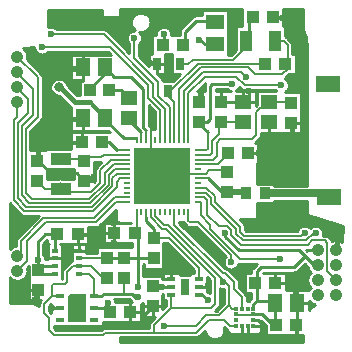
<source format=gbr>
G04 DipTrace 3.2.0.1*
G04 Top.gbr*
%MOIN*%
G04 #@! TF.FileFunction,Copper,L1,Top*
G04 #@! TF.Part,Single*
%AMOUTLINE0*
4,1,4,
-0.018755,-0.019634,
-0.018647,0.019736,
0.018755,0.019634,
0.018647,-0.019736,
-0.018755,-0.019634,
0*%
%AMOUTLINE3*
4,1,4,
0.039302,0.027655,
0.039437,-0.027462,
-0.039302,-0.027655,
-0.039437,0.027462,
0.039302,0.027655,
0*%
%AMOUTLINE6*
4,1,5,
0.029528,-0.047244,
-0.029528,-0.047244,
-0.029528,0.037402,
-0.019685,0.047244,
0.029528,0.047244,
0.029528,-0.047244,
0*%
G04 #@! TA.AperFunction,CopperBalancing*
%ADD10C,0.009843*%
G04 #@! TA.AperFunction,Conductor*
%ADD15C,0.007874*%
%ADD16C,0.015748*%
%ADD17C,0.006299*%
%ADD18C,0.009055*%
%ADD19C,0.020079*%
%ADD20C,0.025591*%
%ADD21C,0.030315*%
G04 #@! TA.AperFunction,ViaPad*
%ADD22C,0.031496*%
G04 #@! TA.AperFunction,Conductor*
%ADD23C,0.010236*%
%ADD25C,0.017717*%
%ADD26C,0.01378*%
G04 #@! TA.AperFunction,ViaPad*
%ADD28C,0.023622*%
G04 #@! TA.AperFunction,Conductor*
%ADD29C,0.005906*%
G04 #@! TA.AperFunction,CopperBalancing*
%ADD30C,0.008661*%
%ADD32R,0.051181X0.059055*%
%ADD33R,0.03937X0.043307*%
%ADD34R,0.043307X0.03937*%
%ADD36R,0.059055X0.051181*%
%ADD37R,0.057087X0.047244*%
%ADD38R,0.037402X0.03937*%
%ADD39R,0.03X0.03*%
%ADD42R,0.025591X0.041339*%
%ADD43R,0.03937X0.070866*%
G04 #@! TA.AperFunction,ComponentPad*
%ADD44C,0.041339*%
%ADD46R,0.055118X0.047244*%
%ADD47R,0.185039X0.185039*%
%ADD48O,0.007874X0.025591*%
%ADD49O,0.025591X0.007874*%
%ADD50R,0.070866X0.03937*%
%ADD51R,0.019685X0.01378*%
%ADD53R,0.031496X0.011811*%
%ADD54R,0.025591X0.05315*%
%ADD55R,0.031496X0.015748*%
%ADD57R,0.012795X0.011811*%
%ADD58R,0.011811X0.012795*%
G04 #@! TA.AperFunction,ViaPad*
%ADD61C,0.025984*%
%ADD116OUTLINE0*%
%ADD119OUTLINE3*%
%ADD122OUTLINE6*%
%FSLAX26Y26*%
G04*
G70*
G90*
G75*
G01*
G04 Top*
%LPD*%
X73638Y38976D2*
D15*
X138180D1*
X172432Y73228D1*
Y77165D1*
X73642Y7480D2*
X98031D1*
X110236Y19685D1*
X175975D1*
D10*
X168888Y12598D1*
X388976Y126378D2*
X389764D1*
Y177953D1*
X383465D1*
X330315Y125984D2*
X321260D1*
X310630Y136614D1*
Y180315D1*
X-84252Y186220D2*
D15*
Y118701D1*
X-84823D1*
Y38976D1*
D10*
X-45453Y-394D1*
X73642Y7480D2*
D15*
X-37579D1*
D10*
X-45453Y-394D1*
X242126Y284252D2*
Y265354D1*
X224016Y247244D1*
X85433Y282283D2*
Y257087D1*
X75984Y247638D1*
X275984Y77953D2*
X239361D1*
Y77165D1*
X-208268Y-157087D2*
Y-187411D1*
X-205521Y-190157D1*
X-350394Y191339D2*
D16*
X-313395D1*
D10*
X-310639Y194094D1*
X-353552Y110630D2*
X-317332D1*
X-315364Y112598D1*
X-385039Y9843D2*
X-331496D1*
X-306299Y-15354D1*
X-385039Y9843D2*
X-418504D1*
X-462992Y54331D1*
Y51181D1*
X-455512Y87402D2*
Y58661D1*
X-462992Y51181D1*
X-275197Y-2362D2*
X-287017D1*
X-300009Y-15354D1*
X-306299D1*
X-356693Y353543D2*
X-320088D1*
X-311820Y361811D1*
X381496Y-176772D2*
X383858D1*
X395276Y-165354D1*
X487008D1*
X507480Y-185827D1*
X539764Y-218110D1*
Y-239370D1*
X532677Y-246457D1*
X322835Y528740D2*
X321654D1*
Y537402D1*
X325591D1*
Y527953D1*
X356693D1*
X-414173Y-440551D2*
X-387008D1*
X-386614Y-440157D1*
X-470079Y-414961D2*
Y-390945D1*
X-459055Y-379921D1*
X-404724Y-274016D2*
X-381102D1*
X-371260Y-264173D1*
X-354331Y-247244D1*
X-325197D1*
X-324016Y-248425D1*
X-288976D1*
X-283858Y-243307D1*
X-286614Y-198031D2*
X-323622D1*
X-328740Y-192913D1*
X-206693Y-224803D2*
Y-191329D1*
X-205521Y-190157D1*
X-110236Y-471260D2*
Y-462205D1*
X-117717Y-454724D1*
X-151575D1*
X-153150Y-453150D1*
X218504Y-500787D2*
Y-524016D1*
X222835Y-528346D1*
X238189D1*
Y-500787D1*
X257874Y-481102D2*
X273228D1*
X291732Y-499606D1*
Y-500787D1*
X257874D1*
X238189Y-528346D2*
Y-541732D1*
X291732D1*
Y-500787D1*
X402756Y-538189D2*
Y-541732D1*
X291732D1*
X402756Y-538189D2*
Y-499606D1*
X400394Y-497244D1*
X330709Y-356299D2*
X373228D1*
X386614Y-369685D1*
Y-370866D1*
X391732Y-375984D1*
Y-412205D1*
X403937Y-424409D1*
Y-497244D1*
X400394D1*
X-363386Y-272047D2*
X-371260Y-264173D1*
X407874Y-3543D2*
Y107480D1*
X388976Y126378D1*
X505906Y-187402D2*
X507480Y-185827D1*
X383858Y-370866D2*
X386614D1*
X150394Y246850D2*
X223622D1*
X224016Y247244D1*
X-63386Y372835D2*
X-77165D1*
X-108268Y403937D1*
X106299Y-365748D2*
X102362Y-369685D1*
X74803D1*
X-15748Y-344094D2*
Y-296457D1*
X-16929Y-295276D1*
X-110236Y-471260D2*
Y-465354D1*
X-78740Y-433858D1*
X73638Y54724D2*
D17*
X122432D1*
X135030Y67323D1*
Y109440D1*
X147638Y122047D1*
X252756D1*
X267717Y137008D1*
Y211811D1*
X303150Y247244D1*
X310630D1*
X381102D1*
D10*
X383465Y244882D1*
X41166Y-119488D2*
D17*
Y-149433D1*
X46063Y-154331D1*
X72835D1*
X183071Y-264567D1*
Y-287402D1*
X73638Y70472D2*
X112589D1*
X120079Y77962D1*
Y117323D1*
X141339Y138583D1*
Y179921D1*
X150394D1*
X223622D1*
D10*
X224016Y180315D1*
X-164551Y86220D2*
D15*
X-198434D1*
D10*
X-224812Y112598D1*
X-248434D1*
X-164551Y-71260D2*
D17*
X-202756D1*
X-272441Y-140945D1*
X-442126D1*
X-517323Y-216142D1*
Y-253543D1*
X-529134Y-265354D1*
X296850Y373228D2*
Y374803D1*
X72047D1*
X-16535Y286220D1*
Y257087D1*
X-6087Y246638D1*
Y118701D1*
X-25984Y282283D2*
D10*
Y266535D1*
D17*
X-16535Y257087D1*
X464961Y-189764D2*
X458661D1*
X433465Y-214961D1*
X221260D1*
X198425Y-192126D1*
Y-175197D1*
X116142Y-92913D1*
Y-73228D1*
X98425Y-55512D1*
X73638D1*
X73642Y-39764D2*
X101181D1*
X129134Y-67717D1*
Y-85433D1*
X213386Y-169685D1*
Y-187008D1*
X226772Y-200394D1*
X417323D1*
X428740Y-188976D1*
X532677Y-346457D2*
Y-345669D1*
X503150Y-316142D1*
Y-221654D1*
X496457Y-214961D1*
X452756D1*
X438189Y-229528D1*
X215354D1*
X183071Y-197244D1*
Y-179921D1*
X170866Y-167717D1*
X141732D1*
X102362Y-128346D1*
Y-80315D1*
X93307Y-71260D1*
X73638D1*
X347244Y-277165D2*
X346063Y-275984D1*
X212992D1*
X114173Y-177165D1*
Y-162598D1*
X82677Y-131102D1*
Y-87008D1*
X73646D1*
X-164551Y70472D2*
X-240945D1*
X-249213Y62205D1*
X-310639D1*
Y55915D1*
X-306299Y51575D1*
Y57874D1*
X-383071D1*
X-384252Y56693D1*
X-164551Y54724D2*
X-216535D1*
X-252756Y18504D1*
Y-22047D1*
X-282677Y-51969D1*
X-358671D1*
X-387017Y-23622D1*
Y-38967D1*
X-384252Y-41732D1*
X-437008D1*
X-462992Y-15748D1*
X-116323Y118701D2*
D15*
Y145054D1*
D10*
X-157490Y186220D1*
Y192913D1*
X-225197Y286047D2*
X-183694D1*
X-157490Y259843D1*
X-288189Y286220D2*
Y290954D1*
X-237017Y342126D1*
Y361811D1*
X-100575Y118701D2*
D15*
Y151747D1*
D18*
X-110245Y161417D1*
D10*
Y290157D1*
X-151584Y331496D1*
X-206702D1*
D18*
X-237017Y361811D1*
X73638Y-8268D2*
D15*
X107480D1*
D18*
X153543Y-54331D1*
X168888D1*
D19*
X231890D1*
Y-58268D1*
X294882D2*
D20*
X516929D1*
D21*
Y-66142D1*
D22*
X508787D1*
D10*
Y-68898D1*
X73642Y86220D2*
D15*
X100787D1*
X105118Y90551D1*
Y145669D1*
D23*
X70079Y180709D1*
X75984D1*
D10*
X102362D1*
X112992Y191339D1*
Y300394D1*
X119291Y306693D1*
X187795D1*
X-127559Y-370079D2*
Y-274016D1*
Y-271907D1*
Y-201190D1*
X-138592Y-190157D1*
X-134251D1*
X-132067Y-187974D1*
D15*
Y-119488D1*
X-390157Y296063D2*
D25*
X-387795D1*
X-338583Y246850D1*
X-288592D1*
D26*
X-235836Y194094D1*
D10*
Y187402D1*
X-174812Y126378D1*
X-133071D1*
D15*
Y122047D1*
X-132067D1*
Y118701D1*
X161417Y-190551D2*
D10*
X164567D1*
Y-203150D1*
X209055Y-247638D1*
X409055D1*
X428740Y-267323D1*
X458268Y-296850D1*
X471260D1*
X76772Y454724D2*
X79134D1*
X95276Y438583D1*
X130315D1*
X-227559Y-424016D2*
Y-445669D1*
X-220079Y-453150D1*
X-272441Y-440157D2*
X-233071D1*
X-220079Y-453150D1*
X-75197Y-274016D2*
X-127559D1*
Y-271907D2*
X-172975D1*
X-173228Y-271654D1*
X-231890Y-272047D2*
Y-274016D1*
X-175591D1*
X-173228Y-271654D1*
X-461417Y-279134D2*
Y-310630D1*
X-459055Y-312992D1*
X-404724Y-325197D2*
X-446850D1*
X-459055Y-312992D1*
X-404724Y-299606D2*
X-445669D1*
X-459055Y-312992D1*
X-404724Y-248425D2*
Y-194094D1*
X-396850D1*
X-395669Y-192913D1*
X-461417Y-279134D2*
Y-219291D1*
X-436220Y-194094D1*
X-404724D1*
X-324016Y-274016D2*
D15*
X-233858D1*
X-231890Y-272047D1*
X263780Y-356299D2*
D10*
X268898D1*
Y-317323D1*
X282677Y-303543D1*
X392520D1*
X428740Y-267323D1*
X257874Y-441732D2*
Y-426772D1*
X268898Y-415748D1*
Y-361417D1*
X263780Y-356299D1*
X268898Y-415748D2*
X320472D1*
X329134Y-424409D1*
X-46457Y-368898D2*
X-15748D1*
Y-369685D1*
X-46457Y-368898D2*
X-76772D1*
X-78740Y-366929D1*
X329134Y-424409D2*
X330709D1*
Y-494488D1*
X333465Y-497244D1*
X198819Y-461417D2*
D29*
Y-464173D1*
X257874D1*
Y-461417D1*
D10*
X287795D1*
X323622Y-497244D1*
X333465D1*
X41157Y118701D2*
D17*
Y276591D1*
X96063Y331496D1*
X200000D1*
X229134Y302362D1*
X350787D1*
X-417323Y472835D2*
X-241732D1*
X-76772Y307874D1*
Y264173D1*
X-37583Y224984D1*
Y118701D1*
X-447638Y429528D2*
X-218898D1*
X-92126Y302756D1*
Y260236D1*
X-53331Y221441D1*
Y118701D1*
X-139370Y460236D2*
Y392913D1*
X-61024Y314567D1*
Y268110D1*
X-21835Y228921D1*
Y118701D1*
X-164551Y38976D2*
X-208661D1*
X-238189Y9449D1*
Y-25197D1*
X-290551Y-77559D1*
X-481496D1*
X-501969Y-57087D1*
Y157480D1*
X-461417Y198031D1*
Y329528D1*
X-529921Y398031D1*
X255906Y528740D2*
D10*
X242520D1*
Y439370D1*
X231890Y450000D1*
D17*
Y429921D1*
X190157Y388189D1*
X55512D1*
X40157Y372835D1*
X11417D1*
X9661Y118701D2*
Y290370D1*
X81890Y362598D1*
X238189D1*
X261417Y339370D1*
X353543D1*
X372441Y358268D1*
Y373228D1*
X371260D1*
Y437008D1*
X358268Y450000D1*
X330315D1*
X363780Y373228D2*
D10*
X371260D1*
X-41732Y473228D2*
Y440551D1*
X-56299D1*
Y438189D1*
X-44488D1*
X25409Y118701D2*
D17*
Y283677D1*
X88976Y347244D1*
X216535D1*
X233071Y330709D1*
X22441Y438189D2*
D10*
X29921D1*
Y480709D1*
X66929Y517717D1*
X125984D1*
X130315Y513386D1*
X-164551Y23228D2*
D17*
X-204724D1*
X-224803Y3150D1*
Y-29134D1*
X-285433Y-89764D1*
X-490157D1*
X-514961Y-64961D1*
Y167717D1*
X-477953Y204724D1*
Y290945D1*
X-532480Y345472D1*
X-529921Y348031D1*
X-164551Y7480D2*
X-197244D1*
X-212205Y-7480D1*
Y-34646D1*
X-280709Y-103150D1*
X-498819D1*
X-528346Y-73622D1*
Y176772D1*
X-495276Y209843D1*
Y257087D1*
X-530709Y292520D1*
Y297244D1*
X-529921Y298031D1*
X-164551Y-8268D2*
X-187795D1*
X-198425Y-18898D1*
Y-38189D1*
X-276772Y-116535D1*
X-505906D1*
X-541732Y-80709D1*
Y186220D1*
X-529921Y198031D1*
Y248031D1*
X-100567Y-119488D2*
D15*
X-100579Y-137205D1*
D10*
Y-148634D1*
X-72835Y-176378D1*
Y-207087D1*
X-75197D1*
D17*
X-23622D1*
X76772Y-307480D1*
Y-344094D1*
X74803D1*
X-164551Y-87008D2*
X-198819D1*
X-266535Y-154724D1*
X-435039D1*
X-495669Y-215354D1*
Y-281890D1*
X-529134Y-315354D1*
X-324016Y-299606D2*
X-342913D1*
X-364173Y-320866D1*
Y-353150D1*
X-369685Y-358661D1*
X-406693D1*
X-412598Y-364567D1*
Y-400787D1*
X-386614D1*
X-412598D2*
X-414567D1*
X-439370Y-425591D1*
Y-456299D1*
X-423228Y-472441D1*
Y-513386D1*
X-406299Y-530315D1*
X-244488D1*
X-235827Y-521654D1*
X-74803D1*
Y-497244D1*
X-16535Y-438976D1*
Y-395276D1*
X-15748D1*
X198819Y-500787D2*
X180315D1*
X158661Y-479134D1*
X109449D1*
X66929Y-521654D1*
X-74803D1*
X-16535Y-438976D2*
Y-441339D1*
X114961D1*
X130315Y-425984D1*
Y-340157D1*
X-33858Y-175984D1*
X-46457D1*
X-84819Y-137622D1*
Y-119488D1*
X-324016Y-299606D2*
D15*
X-282677D1*
X-243307Y-338976D1*
X-231890D1*
X-6079Y-119488D2*
D17*
Y-162819D1*
X155118Y-324016D1*
X163780D1*
X192126Y-352362D1*
Y-377165D1*
X218504Y-403543D1*
Y-441732D1*
X-324016Y-325197D2*
X-289764D1*
X-273228Y-341732D1*
Y-400787D1*
X-272441D1*
D10*
X-250394D1*
X-241732Y-392126D1*
X-173336D1*
D17*
Y-338690D1*
D10*
X-173228Y-338583D1*
X198819Y-441732D2*
D17*
X186614D1*
X175984Y-431102D1*
Y-367717D1*
X159339Y-351071D1*
X160323Y-350087D1*
X-27559Y-162205D1*
X-38976D1*
X-69071Y-132110D1*
Y-119488D1*
X-40157Y-498819D2*
X66142D1*
X100000Y-464961D1*
X142126D1*
X175984Y-431102D1*
X-173336Y-392126D2*
D10*
X-148031D1*
X-135827Y-404331D1*
X-128346D1*
X157480Y-351969D2*
X160323Y-350087D1*
X74803Y-395276D2*
X87795D1*
X105906Y-413386D1*
D28*
X394488Y545276D3*
X356693Y527953D3*
X17323Y519685D3*
X-41339Y518110D3*
X-24016Y393701D3*
X418504Y516535D3*
X-41732Y473228D3*
X-417323Y472835D3*
X-139370Y460236D3*
X76772Y454724D3*
X-447638Y429528D3*
X233071Y330709D3*
X425197Y371654D3*
X350787Y302362D3*
X-356693Y353543D3*
X427165Y334646D3*
X-108268Y403937D3*
X-431890Y324803D3*
X187795Y306693D3*
D22*
X-390157Y296063D3*
D28*
X242126Y284252D3*
X85433Y282283D3*
X428740Y255906D3*
X-380709Y249606D3*
X-83465Y216535D3*
X-412598Y216142D3*
X429528Y197244D3*
X-350394Y191339D3*
X-84252Y186220D3*
X-427953Y168110D3*
X-454724Y145276D3*
X429528Y132677D3*
X388976Y126378D3*
X330315Y125984D3*
X-353552Y110630D3*
X-455512Y87402D3*
X275984Y77953D3*
X-385039Y9843D3*
X-275197Y-2362D3*
X407874Y-3543D3*
X343701Y-4331D3*
X300394Y-4724D3*
X410236Y-137795D3*
X343701Y-138583D3*
X291732Y-139370D3*
X-520866Y-149606D3*
X-208268Y-157087D3*
X238976Y-174803D3*
X381496Y-176772D3*
X542913Y-177559D3*
X505906Y-187402D3*
X428740Y-188976D3*
X70866Y-194094D3*
X464961Y-189764D3*
X161417Y-190551D3*
X-286614Y-198031D3*
X-546850Y-198425D3*
X-544882Y-222441D3*
X99213Y-222835D3*
X-206693Y-224803D3*
X-283858Y-243307D3*
X12598Y-273622D3*
X-363386Y-272047D3*
X-461417Y-279134D3*
X151575Y-275591D3*
X-16929Y-295276D3*
X210236Y-316535D3*
X183071Y-287402D3*
X347244Y-277165D3*
X106299Y-365748D3*
X-127559Y-370079D3*
X383858Y-370866D3*
X-506299Y-389764D3*
X154331Y-405118D3*
X-498425Y-414567D3*
X-470079Y-414961D3*
X-128346Y-404331D3*
X-227559Y-424016D3*
X-46457Y-368898D3*
X-414173Y-440551D3*
X-110236Y-471260D3*
X-40157Y-498819D3*
X-393701Y-507874D3*
X83071Y-541339D3*
X1181Y-544882D3*
X402756Y-538189D3*
X-111811Y-498425D3*
D61*
X-46072Y62992D3*
X19676Y62598D3*
X-118110Y61811D3*
X-117323Y0D3*
X-45678D3*
X18888Y-787D3*
X-118504Y-62205D3*
X19676Y-64173D3*
X-46072Y-64567D3*
D28*
X105906Y-413386D3*
X157480Y-351969D3*
X-424784Y546982D2*
D30*
X-246538D1*
X-186730D2*
X86588D1*
X174055D2*
X220045D1*
X358686D2*
X422760D1*
X-424834Y538451D2*
X-246538D1*
X-186595D2*
X-138490D1*
X-97731D2*
X86588D1*
X174055D2*
X220045D1*
X358686D2*
X422760D1*
X-424885Y529921D2*
X-146593D1*
X-89627D2*
X52450D1*
X174055D2*
X220045D1*
X358686D2*
X422760D1*
X-424919Y521391D2*
X-150585D1*
X-85635D2*
X43907D1*
X174055D2*
X220045D1*
X358686D2*
X422760D1*
X-424970Y512861D2*
X-151990D1*
X-84231D2*
X35381D1*
X174055D2*
X220045D1*
X358686D2*
X422760D1*
X-425020Y504331D2*
X-151144D1*
X-85077D2*
X26855D1*
X174055D2*
X220045D1*
X358686D2*
X422760D1*
X-406209Y495801D2*
X-147862D1*
X-88359D2*
X-53686D1*
X-29776D2*
X18329D1*
X174055D2*
X198003D1*
X364200D2*
X422760D1*
X-232896Y487270D2*
X-141078D1*
X-95142D2*
X-63464D1*
X-19998D2*
X12019D1*
X174055D2*
X198003D1*
X364200D2*
X422946D1*
X-223456Y478740D2*
X-157268D1*
X-121465D2*
X-67135D1*
X-16327D2*
X10801D1*
X174055D2*
X198003D1*
X364200D2*
X426414D1*
X-214930Y470210D2*
X-163324D1*
X-115409D2*
X-80347D1*
X174055D2*
X198003D1*
X364200D2*
X429882D1*
X-206387Y461680D2*
X-165337D1*
X-113396D2*
X-80347D1*
X174055D2*
X198003D1*
X370764D2*
X433096D1*
X-197861Y453150D2*
X-164373D1*
X-114377D2*
X-80347D1*
X174055D2*
X198003D1*
X379307D2*
X433705D1*
X-189335Y444619D2*
X-159957D1*
X-118792D2*
X-80347D1*
X174055D2*
X198003D1*
X386751D2*
X434314D1*
X-180809Y436089D2*
X-156726D1*
X-122023D2*
X-80347D1*
X174055D2*
X198003D1*
X388611D2*
X434923D1*
X-493889Y427559D2*
X-473579D1*
X-172266D2*
X-156726D1*
X-122023D2*
X-80347D1*
X174055D2*
X198003D1*
X388611D2*
X435532D1*
X-502297Y419029D2*
X-471362D1*
X-163740D2*
X-156726D1*
X-122023D2*
X-80347D1*
X174055D2*
X196819D1*
X388611D2*
X435752D1*
X-497408Y410499D2*
X-464951D1*
X-430332D2*
X-224055D1*
X-122023D2*
X-80347D1*
X174055D2*
X188276D1*
X388611D2*
X435752D1*
X-495276Y401969D2*
X-351608D1*
X-122023D2*
X-90378D1*
X-36390D2*
X-15589D1*
X399641D2*
X435769D1*
X-495361Y393438D2*
X-351608D1*
X-115713D2*
X-90378D1*
X-36390D2*
X-15589D1*
X399641D2*
X435769D1*
X-492620Y384908D2*
X-351608D1*
X-107187D2*
X-90378D1*
X-36390D2*
X-15589D1*
X399641D2*
X435769D1*
X-484077Y376378D2*
X-351608D1*
X-98644D2*
X-90378D1*
X-36390D2*
X-15589D1*
X399641D2*
X435786D1*
X-475551Y367848D2*
X-351608D1*
X-36390D2*
X-15589D1*
X399641D2*
X435786D1*
X-467025Y359318D2*
X-351608D1*
X-36390D2*
X-15589D1*
X399641D2*
X435803D1*
X-458499Y350787D2*
X-351608D1*
X-36390D2*
X-15589D1*
X399641D2*
X435803D1*
X-449956Y342257D2*
X-351608D1*
X-36390D2*
X-15589D1*
X399641D2*
X435803D1*
X-444610Y333727D2*
X-351608D1*
X-55997D2*
X6792D1*
X372084D2*
X435820D1*
X-444069Y325197D2*
X-351608D1*
X-47555D2*
X-1751D1*
X362830D2*
X435820D1*
X-444069Y316667D2*
X-411561D1*
X-368755D2*
X-315660D1*
X-43800D2*
X-10277D1*
X372337D2*
X435820D1*
X-444069Y308136D2*
X-417482D1*
X-362834D2*
X-320853D1*
X376127D2*
X435836D1*
X-444069Y299606D2*
X-419901D1*
X-359079D2*
X-321056D1*
X88355D2*
X93863D1*
X376651D2*
X435836D1*
X-444069Y291076D2*
X-419682D1*
X-350553D2*
X-321073D1*
X79829D2*
X93863D1*
X208380D2*
X216239D1*
X374131D2*
X435836D1*
X-444069Y282546D2*
X-416772D1*
X-342026D2*
X-321107D1*
X132118D2*
X179902D1*
X367144D2*
X435853D1*
X-444069Y274016D2*
X-409988D1*
X-333483D2*
X-321124D1*
X417353D2*
X435853D1*
X-444069Y265486D2*
X-389468D1*
X417353D2*
X435853D1*
X-444069Y256955D2*
X-380942D1*
X417353D2*
X435870D1*
X-444069Y248425D2*
X-372416D1*
X417353D2*
X435870D1*
X-444069Y239895D2*
X-363890D1*
X417353D2*
X435887D1*
X-444069Y231365D2*
X-355347D1*
X417353D2*
X435887D1*
X-444069Y222835D2*
X-350441D1*
X-91116D2*
X-78909D1*
X417353D2*
X435887D1*
X-444069Y214304D2*
X-350441D1*
X-91116D2*
X-70687D1*
X417353D2*
X435904D1*
X-444069Y205774D2*
X-350441D1*
X-91116D2*
X-70687D1*
X417353D2*
X435904D1*
X-444086Y197244D2*
X-350441D1*
X-91116D2*
X-70687D1*
X417353D2*
X435904D1*
X-446945Y188714D2*
X-350441D1*
X-91116D2*
X-70687D1*
X417353D2*
X435921D1*
X-455082Y180184D2*
X-350441D1*
X-91116D2*
X-70687D1*
X417353D2*
X435921D1*
X-463608Y171654D2*
X-350441D1*
X-91116D2*
X-70687D1*
X417353D2*
X435921D1*
X-472134Y163123D2*
X-350441D1*
X-85939D2*
X-70687D1*
X417353D2*
X435938D1*
X-480677Y154593D2*
X-350441D1*
X417353D2*
X435938D1*
X-484618Y146063D2*
X-221179D1*
X417353D2*
X435955D1*
X-484618Y137533D2*
X-351219D1*
X285064D2*
X435955D1*
X-484618Y129003D2*
X-351219D1*
X283000D2*
X435955D1*
X-484618Y120472D2*
X-351219D1*
X275370D2*
X435972D1*
X-484618Y111942D2*
X-351219D1*
X266827D2*
X435972D1*
X-484618Y103412D2*
X-351219D1*
X275218D2*
X435972D1*
X-484618Y94882D2*
X-351219D1*
X275218D2*
X435989D1*
X-484618Y86352D2*
X-433892D1*
X275218D2*
X435989D1*
X275218Y77822D2*
X435989D1*
X275218Y69291D2*
X436006D1*
X275218Y60761D2*
X436006D1*
X275218Y52231D2*
X436006D1*
X-272414Y43701D2*
X-251748D1*
X270938D2*
X436023D1*
X-272414Y35171D2*
X-260274D1*
X270938D2*
X436023D1*
X-272414Y26640D2*
X-267970D1*
X270938D2*
X436039D1*
X-429097Y18110D2*
X-340189D1*
X270938D2*
X436039D1*
X-429097Y9580D2*
X-340189D1*
X270938D2*
X436039D1*
X-429097Y1050D2*
X-340189D1*
X270938D2*
X436056D1*
X-429097Y-7480D2*
X-391244D1*
X-382793D2*
X-340189D1*
X270938D2*
X436056D1*
X270938Y-16010D2*
X436056D1*
X270938Y-24541D2*
X436073D1*
X270938Y-92782D2*
X436124D1*
X-553910Y-101312D2*
X-545306D1*
X270938D2*
X436124D1*
X-553893Y-109843D2*
X-536780D1*
X270938D2*
X436124D1*
X-553893Y-118373D2*
X-528254D1*
X-205998D2*
X-200981D1*
X270938D2*
X436141D1*
X-553876Y-126903D2*
X-519728D1*
X-214524D2*
X-200913D1*
X270938D2*
X436141D1*
X-553859Y-135433D2*
X-460806D1*
X-223067D2*
X-200862D1*
X270938D2*
X451079D1*
X-553859Y-143963D2*
X-469332D1*
X-231593D2*
X-201877D1*
X270938D2*
X478213D1*
X-553842Y-152493D2*
X-477858D1*
X-240119D2*
X-197056D1*
X220374D2*
X505348D1*
X-553825Y-161024D2*
X-486385D1*
X-248646D2*
X-241378D1*
X16306D2*
X28564D1*
X228274D2*
X532482D1*
X-553825Y-169554D2*
X-494911D1*
X-258457D2*
X-241378D1*
X24832D2*
X38866D1*
X230744D2*
X411899D1*
X480791D2*
X553848D1*
X-553808Y-178084D2*
X-503454D1*
X-292883D2*
X-241378D1*
X33375D2*
X72412D1*
X230744D2*
X405200D1*
X488099D2*
X553814D1*
X-553791Y-186614D2*
X-511980D1*
X-292883D2*
X-241378D1*
X41901D2*
X80938D1*
X490772D2*
X553798D1*
X-553791Y-195144D2*
X-520506D1*
X-292883D2*
X-241378D1*
X50427D2*
X89464D1*
X490400D2*
X553764D1*
X-553774Y-203675D2*
X-529032D1*
X-292883D2*
X-241378D1*
X58953D2*
X97990D1*
X509347D2*
X553747D1*
X-553758Y-212205D2*
X-534208D1*
X-292883D2*
X-241378D1*
X67496D2*
X106517D1*
X517535D2*
X553713D1*
X-553741Y-220735D2*
X-534682D1*
X-436169D2*
X-431524D1*
X-292883D2*
X-241378D1*
X76022D2*
X115060D1*
X-553741Y-229265D2*
X-534682D1*
X-442293D2*
X-428766D1*
X-380681D2*
X-348056D1*
X-299971D2*
X-146678D1*
X-41313D2*
X-25621D1*
X84548D2*
X123586D1*
X-442293Y-237795D2*
X-428766D1*
X-380681D2*
X-348056D1*
X-299971D2*
X-265772D1*
X-41313D2*
X-17095D1*
X93074D2*
X132112D1*
X-442293Y-246325D2*
X-428766D1*
X-380681D2*
X-348056D1*
X-299971D2*
X-265772D1*
X-41313D2*
X-8569D1*
X101617D2*
X140638D1*
X-442293Y-254856D2*
X-428766D1*
X-380681D2*
X-348056D1*
X-299971D2*
X-265772D1*
X-41313D2*
X-43D1*
X110143D2*
X149181D1*
X-440939Y-263386D2*
X-428766D1*
X-380681D2*
X-348056D1*
X-41313D2*
X8500D1*
X118670D2*
X157707D1*
X-436456Y-271916D2*
X-428766D1*
X-380681D2*
X-348056D1*
X-41313D2*
X17026D1*
X127196D2*
X162393D1*
X-380681Y-280446D2*
X-348056D1*
X-41313D2*
X25553D1*
X135739D2*
X158028D1*
X-380681Y-288976D2*
X-356463D1*
X-41313D2*
X34079D1*
X144265D2*
X157098D1*
X-380681Y-297507D2*
X-364989D1*
X-41313D2*
X42622D1*
X152791D2*
X159179D1*
X206975D2*
X262016D1*
X425253D2*
X432233D1*
X-380681Y-306037D2*
X-373532D1*
X-41313D2*
X51148D1*
X200818D2*
X253676D1*
X416710D2*
X437647D1*
X-108439Y-314567D2*
X59420D1*
X178521D2*
X249988D1*
X408184D2*
X441368D1*
X-108439Y-323097D2*
X59420D1*
X187047D2*
X249768D1*
X289817D2*
X446054D1*
X-498406Y-331627D2*
X-492948D1*
X-108439D2*
X-45701D1*
X195573D2*
X227929D1*
X366569D2*
X439981D1*
X-505003Y-340157D2*
X-492948D1*
X204100D2*
X227929D1*
X366569D2*
X437054D1*
X-553571Y-348688D2*
X-536746D1*
X-521531D2*
X-492948D1*
X104764D2*
X112962D1*
X209073D2*
X227929D1*
X366569D2*
X436429D1*
X-553555Y-357218D2*
X-492948D1*
X104764D2*
X112962D1*
X209479D2*
X227929D1*
X366569D2*
X438002D1*
X-553555Y-365748D2*
X-492948D1*
X104764D2*
X112962D1*
X209479D2*
X227929D1*
X366569D2*
X442113D1*
X-553538Y-374278D2*
X-492948D1*
X104764D2*
X112962D1*
X213421D2*
X227929D1*
X366569D2*
X444955D1*
X-553521Y-382808D2*
X-492948D1*
X104764D2*
X112962D1*
X147665D2*
X158637D1*
X221947D2*
X227929D1*
X-553521Y-391339D2*
X-492948D1*
X147665D2*
X158637D1*
X230490D2*
X249768D1*
X-553504Y-399869D2*
X-492948D1*
X147665D2*
X158637D1*
X235446D2*
X249768D1*
X-553487Y-408399D2*
X-492948D1*
X147665D2*
X158637D1*
X235852D2*
X249565D1*
X-553470Y-416929D2*
X-454260D1*
X-202564D2*
X-150975D1*
X-44849D2*
X-33893D1*
X147665D2*
X158637D1*
X-471948Y-425459D2*
X-456729D1*
X-44849D2*
X-33893D1*
X147665D2*
X157436D1*
X443726D2*
X452009D1*
X-422009Y-433990D2*
X-416569D1*
X-117286D2*
X-112624D1*
X-44849D2*
X-35737D1*
X443726D2*
X451755D1*
X-422009Y-442520D2*
X-416569D1*
X-117286D2*
X-112624D1*
X-117286Y-451050D2*
X-112624D1*
X-117286Y-459580D2*
X-112624D1*
X-117286Y-468110D2*
X-112624D1*
X-117286Y-476640D2*
X-78384D1*
X-117286Y-485171D2*
X-86911D1*
X-242488Y-493701D2*
X-91766D1*
X284979D2*
X293397D1*
X-405871Y-502231D2*
X-92155D1*
X285013D2*
X297609D1*
X-401675Y-510761D2*
X-249126D1*
X285064D2*
X297609D1*
X160979Y-519291D2*
X173000D1*
X283879D2*
X297609D1*
X84937Y-527822D2*
X98210D1*
X157697D2*
X297609D1*
X75261Y-536352D2*
X104994D1*
X150913D2*
X421186D1*
X-185326Y-544882D2*
X421186D1*
X-185106Y-553412D2*
X421186D1*
X-349883Y404677D2*
X-217363D1*
X-225738Y413050D1*
X-428649Y413039D1*
X-431304Y410404D1*
X-434497Y408084D1*
X-438013Y406292D1*
X-441767Y405073D1*
X-445665Y404455D1*
X-449611D1*
X-453509Y405073D1*
X-457262Y406292D1*
X-460778Y408084D1*
X-463971Y410404D1*
X-466762Y413194D1*
X-469081Y416387D1*
X-470873Y419903D1*
X-472093Y423657D1*
X-472710Y427554D1*
X-472705Y431539D1*
X-476466Y429668D1*
X-501823Y426774D1*
X-511632Y426706D1*
X-507835Y423891D1*
X-504061Y420118D1*
X-500925Y415801D1*
X-498502Y411046D1*
X-496853Y405970D1*
X-496018Y400700D1*
Y395363D1*
X-496853Y390093D1*
X-497252Y388677D1*
X-448880Y340236D1*
X-447359Y338143D1*
X-446184Y335837D1*
X-445385Y333377D1*
X-444980Y330821D1*
X-444929Y303543D1*
X-444980Y196738D1*
X-445385Y194182D1*
X-446184Y191722D1*
X-447359Y189416D1*
X-448880Y187323D1*
X-468132Y167999D1*
X-485489Y150642D1*
X-485480Y86176D1*
X-433021Y86173D1*
X-433024Y89716D1*
X-350351D1*
X-350355Y145622D1*
X-219870D1*
X-225488Y151230D1*
X-349568Y151228D1*
Y227560D1*
X-351630Y228893D1*
X-354283Y231160D1*
X-390157Y266976D1*
X-394708Y267334D1*
X-399146Y268400D1*
X-403363Y270147D1*
X-407254Y272531D1*
X-410725Y275496D1*
X-413689Y278966D1*
X-416074Y282858D1*
X-417820Y287075D1*
X-418886Y291513D1*
X-419244Y296063D1*
X-418886Y300613D1*
X-417820Y305051D1*
X-416074Y309268D1*
X-413689Y313160D1*
X-410725Y316630D1*
X-407254Y319595D1*
X-403363Y321979D1*
X-399146Y323726D1*
X-394708Y324792D1*
X-390157Y325150D1*
X-385607Y324792D1*
X-381169Y323726D1*
X-376952Y321979D1*
X-373061Y319595D1*
X-369590Y316630D1*
X-366626Y313160D1*
X-364241Y309268D1*
X-362494Y305051D1*
X-361546Y301199D1*
X-329383Y269042D1*
X-320262Y269047D1*
X-320131Y307040D1*
X-319798Y309106D1*
X-319145Y311095D1*
X-318190Y312957D1*
X-316955Y314647D1*
X-315471Y316123D1*
X-313774Y317349D1*
X-311907Y318294D1*
X-309910Y318936D1*
X-350749Y318945D1*
Y404677D1*
X-349883D1*
X70511Y282630D2*
X94730D1*
X94788Y301826D1*
X95237Y304656D1*
X96122Y307381D1*
X96725Y308688D1*
X92411Y304526D1*
X70508Y282623D1*
X131252Y281842D2*
X183119D1*
X180024Y282774D1*
X176378Y284284D1*
X173013Y286346D1*
X170472Y288433D1*
X131242D1*
X131252Y281836D1*
X362063Y279874D2*
X416488D1*
Y142961D1*
X350441D1*
Y143356D1*
X284202Y143354D1*
X284154Y135714D1*
X283749Y133159D1*
X282950Y130698D1*
X281775Y128393D1*
X280254Y126300D1*
X264411Y110385D1*
X264999Y110189D1*
X274353D1*
Y44142D1*
X270080D1*
X270079Y-25242D1*
X326922Y-25244D1*
Y-32130D1*
X436933Y-32134D1*
X436614Y424643D1*
X433918Y462401D1*
X423735Y487600D1*
X423622Y492913D1*
Y555523D1*
X357835Y555467D1*
X357827Y498769D1*
X363339Y498771D1*
X363363Y465681D1*
X365753Y464691D1*
X367959Y463339D1*
X369930Y461655D1*
X383798Y447716D1*
X385318Y445623D1*
X386493Y443318D1*
X387293Y440857D1*
X387697Y438302D1*
X387748Y411024D1*
Y406236D1*
X398772Y406252D1*
Y340204D1*
X377710D1*
X364252Y326832D1*
X362154Y325309D1*
X362205Y324771D1*
X365570Y322709D1*
X368571Y320146D1*
X371134Y317145D1*
X373196Y313780D1*
X374706Y310134D1*
X375627Y306296D1*
X375937Y302362D1*
X375627Y298428D1*
X374706Y294591D1*
X373196Y290945D1*
X371134Y287580D1*
X368571Y284579D1*
X365570Y282016D1*
X362030Y279873D1*
X-273275Y16582D2*
Y-19247D1*
X-269252Y-15225D1*
X-269193Y19798D1*
X-268789Y22353D1*
X-267989Y24814D1*
X-266814Y27119D1*
X-265294Y29212D1*
X-248852Y45725D1*
X-273285Y45716D1*
X-273292Y16582D1*
X-339323Y-8708D2*
Y23671D1*
X-429961Y23669D1*
X-429968Y-8720D1*
X-394064Y-8709D1*
X-390866Y-7589D1*
X-388311Y-7185D1*
X-385723D1*
X-383168Y-7589D1*
X-380703Y-8391D1*
X-376724Y-8709D1*
X-339321D1*
X-239647Y-157134D2*
X-149342D1*
X-149902Y-155203D1*
X-189377Y-155371D1*
X-191429Y-154960D1*
X-193392Y-154234D1*
X-195217Y-153209D1*
X-196860Y-151911D1*
X-198279Y-150373D1*
X-199440Y-148631D1*
X-200314Y-146730D1*
X-200880Y-144715D1*
X-201124Y-142636D1*
X-201040Y-140544D1*
X-200629Y-138492D1*
X-200303Y-137492D1*
X-200013Y-132770D1*
X-200159Y-111675D1*
X-255827Y-167262D1*
X-257920Y-168783D1*
X-260226Y-169958D1*
X-262686Y-170757D1*
X-265242Y-171162D1*
X-292520Y-171213D1*
X-293755D1*
X-293748Y-225937D1*
X-386475D1*
X-384598Y-228197D1*
X-381543D1*
Y-342169D1*
X-380658Y-342173D1*
X-380611Y-319572D1*
X-380206Y-317017D1*
X-379406Y-314556D1*
X-378232Y-312251D1*
X-376711Y-310158D1*
X-357459Y-290834D1*
X-353622Y-287069D1*
X-351528Y-285548D1*
X-349223Y-284373D1*
X-348004Y-283924D1*
X-347197Y-280858D1*
Y-228197D1*
X-300834D1*
Y-256743D1*
X-264925Y-256740D1*
X-264913Y-237055D1*
X-206263D1*
X-206252Y-236662D1*
X-145808D1*
X-145819Y-223169D1*
X-240513Y-223181D1*
Y-157134D1*
X-239647D1*
X-422982Y-225937D2*
X-430661D1*
Y-214349D1*
X-443154Y-226851D1*
X-443157Y-261837D1*
X-441071Y-264351D1*
X-439009Y-267716D1*
X-437499Y-271362D1*
X-436577Y-275200D1*
X-436312Y-278001D1*
X-427913Y-278000D1*
X-427905Y-228197D1*
X-422983D1*
X-422984Y-225943D1*
X-451938Y-414913D2*
X-492079D1*
Y-301615D1*
X-496439Y-305977D1*
X-495545Y-310034D1*
X-495126Y-315354D1*
X-495545Y-320674D1*
X-496790Y-325863D1*
X-498833Y-330794D1*
X-501621Y-335344D1*
X-505087Y-339402D1*
X-509145Y-342867D1*
X-513695Y-345656D1*
X-518625Y-347698D1*
X-523814Y-348944D1*
X-529134Y-349362D1*
X-534454Y-348944D1*
X-539643Y-347698D1*
X-544573Y-345656D1*
X-549123Y-342867D1*
X-553181Y-339402D1*
X-554448Y-338030D1*
X-554331Y-422441D1*
X-478850Y-422494D1*
X-477560Y-422914D1*
X-455863Y-434536D1*
X-455808Y-424297D1*
X-455403Y-421741D1*
X-454603Y-419281D1*
X-453429Y-416975D1*
X-452706Y-415895D1*
X-45716Y-401921D2*
Y-444843D1*
X-33028Y-432151D1*
X-33024Y-414532D1*
X-44834Y-414520D1*
Y-394000D1*
X-45716Y-396898D1*
X-45733Y-401921D1*
X-69728Y-468850D2*
X-111764D1*
Y-423239D1*
X-115206Y-425774D1*
X-118155Y-427304D1*
X-118157Y-486173D1*
X-243365D1*
X-243354Y-500740D1*
X-406739D1*
X-406740Y-506562D1*
X-399476Y-513820D1*
X-251324Y-513827D1*
X-246535Y-509116D1*
X-244442Y-507595D1*
X-242137Y-506420D1*
X-239676Y-505621D1*
X-237120Y-505216D1*
X-209843Y-505165D1*
X-91306D1*
X-91241Y-495950D1*
X-90836Y-493395D1*
X-90036Y-490934D1*
X-88862Y-488629D1*
X-87341Y-486536D1*
X-69727Y-468850D1*
X-109311Y-331937D2*
X-45716D1*
Y-343762D1*
X-44834Y-343418D1*
Y-324851D1*
X13339D1*
Y-329773D1*
X45703Y-329772D1*
X45717Y-324851D1*
X60282D1*
X60283Y-314304D1*
X-30452Y-223575D1*
X-42180D1*
X-42173Y-309008D1*
X-108220D1*
Y-292277D1*
X-109299Y-295669D1*
Y-331922D1*
X296583Y-323276D2*
X365701D1*
Y-381541D1*
X440894Y-381543D1*
X442263Y-379081D1*
X445400Y-374764D1*
X448231Y-371861D1*
X445400Y-368937D1*
X442263Y-364619D1*
X439841Y-359865D1*
X438192Y-354789D1*
X437357Y-349519D1*
Y-344182D1*
X438192Y-338911D1*
X439841Y-333836D1*
X442263Y-329081D1*
X445400Y-324764D1*
X448231Y-321861D1*
X445400Y-318937D1*
X442263Y-314619D1*
X439841Y-309865D1*
X438192Y-304789D1*
X437657Y-302056D1*
X428741Y-293147D1*
X404379Y-317428D1*
X402060Y-319112D1*
X399507Y-320413D1*
X396782Y-321299D1*
X393952Y-321747D1*
X370866Y-321803D1*
X290257D1*
X288759Y-323285D1*
X296583Y-323276D1*
X233118D2*
X250627D1*
X250694Y-315890D1*
X251142Y-313060D1*
X252028Y-310335D1*
X253329Y-307782D1*
X255013Y-305464D1*
X267936Y-292461D1*
X211698Y-292422D1*
X209143Y-292017D1*
X207892Y-291664D1*
X206990Y-295173D1*
X205479Y-298819D1*
X203417Y-302184D1*
X200854Y-305185D1*
X197853Y-307748D1*
X194489Y-309810D1*
X190843Y-311320D1*
X187005Y-312242D1*
X183071Y-312551D1*
X179137Y-312242D1*
X175299Y-311320D1*
X173471Y-310676D1*
X175438Y-312357D1*
X204664Y-341654D1*
X206185Y-343747D1*
X207359Y-346052D1*
X208159Y-348513D1*
X208563Y-351069D1*
X208614Y-370345D1*
X231042Y-392835D1*
X232562Y-394928D1*
X233737Y-397234D1*
X234537Y-399694D1*
X234941Y-402250D1*
X234992Y-416180D1*
X243001Y-416189D1*
X244962Y-413860D1*
X250644Y-408178D1*
X250638Y-389307D1*
X228788Y-389323D1*
Y-323276D1*
X233118D1*
X442866Y-415570D2*
X442974Y-446043D1*
X453776Y-432626D1*
X454908Y-431881D1*
X462753Y-429770D1*
X458246Y-428270D1*
X453491Y-425847D1*
X449173Y-422710D1*
X445400Y-418937D1*
X442872Y-415530D1*
X-202713Y-420126D2*
X-147917D1*
X-149790Y-417471D1*
X-151204Y-414775D1*
X-155593Y-410388D1*
X-206408Y-410386D1*
X-204324Y-414391D1*
X-203104Y-418145D1*
X-202715Y-420120D1*
X365395Y-530268D2*
X298473D1*
X298461Y-497907D1*
X284071Y-483516D1*
X284168Y-514764D1*
X283851Y-516833D1*
X283213Y-518826D1*
X282272Y-520696D1*
X281049Y-522395D1*
X279576Y-523882D1*
X277889Y-525120D1*
X276028Y-526079D1*
X274041Y-526735D1*
X271975Y-527072D1*
X249151Y-527018D1*
X184719Y-526678D1*
X182653Y-526341D1*
X180665Y-525685D1*
X178805Y-524726D1*
X177117Y-523488D1*
X175644Y-522002D1*
X174422Y-520302D1*
X173480Y-518433D1*
X172842Y-516440D1*
X172642Y-515407D1*
X170623Y-514127D1*
X168656Y-512446D1*
X159984Y-503774D1*
X160570Y-506645D1*
X160976Y-511811D1*
X160570Y-516977D1*
X159360Y-522016D1*
X157377Y-526803D1*
X154669Y-531222D1*
X151304Y-535162D1*
X147364Y-538528D1*
X142945Y-541235D1*
X138158Y-543218D1*
X133119Y-544428D1*
X127953Y-544835D1*
X122787Y-544428D1*
X117748Y-543218D1*
X112960Y-541235D1*
X108542Y-538528D1*
X104602Y-535162D1*
X101236Y-531222D1*
X98528Y-526803D1*
X96545Y-522016D1*
X95336Y-516977D1*
X95292Y-516605D1*
X77637Y-534191D1*
X75544Y-535712D1*
X73239Y-536887D1*
X70778Y-537686D1*
X68223Y-538091D1*
X40945Y-538142D1*
X-186370D1*
X-185941Y-554334D1*
X422046Y-554331D1*
X422047Y-530258D1*
X365402Y-530265D1*
X91780Y552315D2*
X173181D1*
Y404685D1*
X183318Y404677D1*
X198870Y420219D1*
X198866Y498771D1*
X220909D1*
X220914Y555382D1*
X-187732Y555121D1*
X-187455Y533968D1*
X-187873Y532679D1*
X-188670Y531583D1*
X-189766Y530787D1*
X-191055Y530368D1*
X-204724Y530315D1*
X-242016Y530368D1*
X-243305Y530787D1*
X-244401Y531583D1*
X-245197Y532679D1*
X-245616Y533968D1*
X-245669Y547638D1*
Y553914D1*
X-425615Y553519D1*
X-425932Y496460D1*
X-423194Y497289D1*
X-419296Y497907D1*
X-415350D1*
X-411452Y497289D1*
X-407698Y496070D1*
X-404182Y494278D1*
X-400989Y491959D1*
X-398340Y489321D1*
X-240439Y489272D1*
X-237883Y488867D1*
X-235422Y488068D1*
X-233117Y486893D1*
X-231024Y485372D1*
X-211700Y466120D1*
X-155849Y410269D1*
X-155858Y441245D1*
X-158494Y443903D1*
X-160814Y447096D1*
X-162605Y450612D1*
X-163825Y454365D1*
X-164442Y458263D1*
Y462209D1*
X-163825Y466107D1*
X-162605Y469861D1*
X-160814Y473377D1*
X-158494Y476570D1*
X-155703Y479360D1*
X-152511Y481680D1*
X-148994Y483471D1*
X-145241Y484691D1*
X-141343Y485308D1*
X-137836Y485326D1*
X-141461Y488460D1*
X-144827Y492400D1*
X-147534Y496819D1*
X-149518Y501606D1*
X-150727Y506645D1*
X-151134Y511811D1*
X-150727Y516977D1*
X-149518Y522016D1*
X-147534Y526803D1*
X-144827Y531222D1*
X-141461Y535162D1*
X-137521Y538528D1*
X-133103Y541235D1*
X-128315Y543218D1*
X-123276Y544428D1*
X-118110Y544835D1*
X-112944Y544428D1*
X-107905Y543218D1*
X-103118Y541235D1*
X-98699Y538528D1*
X-94759Y535162D1*
X-91394Y531222D1*
X-88686Y526803D1*
X-86703Y522016D1*
X-85493Y516977D1*
X-85087Y511811D1*
X-85493Y506645D1*
X-86703Y501606D1*
X-88686Y496819D1*
X-91394Y492400D1*
X-94759Y488460D1*
X-98699Y485094D1*
X-103118Y482387D1*
X-107905Y480404D1*
X-112944Y479194D1*
X-118110Y478787D1*
X-122783Y479136D1*
X-120246Y476570D1*
X-117927Y473377D1*
X-116135Y469861D1*
X-114915Y466107D1*
X-114298Y462209D1*
Y458263D1*
X-114915Y454365D1*
X-116135Y450612D1*
X-117927Y447096D1*
X-120246Y443903D1*
X-122884Y441254D1*
X-122882Y399759D1*
X-89516Y366378D1*
X-89520Y406842D1*
X-79481D1*
X-79480Y471213D1*
X-66804Y471255D1*
Y475202D1*
X-66187Y479099D1*
X-64967Y482853D1*
X-63176Y486369D1*
X-60856Y489562D1*
X-58066Y492352D1*
X-54873Y494672D1*
X-51357Y496464D1*
X-47603Y497683D1*
X-43705Y498300D1*
X-39759D1*
X-35861Y497683D1*
X-32108Y496464D1*
X-28592Y494672D1*
X-25399Y492352D1*
X-22608Y489562D1*
X-20289Y486369D1*
X-18497Y482853D1*
X-17278Y479099D1*
X-16660Y475202D1*
X-16665Y471217D1*
X11657Y471213D1*
X11718Y482141D1*
X12166Y484971D1*
X13051Y487696D1*
X14352Y490249D1*
X16036Y492567D1*
X32321Y508932D1*
X55070Y531601D1*
X57388Y533286D1*
X59941Y534586D1*
X62666Y535472D1*
X65496Y535920D1*
X87449Y535976D1*
Y552315D1*
X91780D1*
X326922Y-84403D2*
Y-91292D1*
X270064D1*
X270079Y-144882D1*
X211902D1*
X225924Y-158977D1*
X227444Y-161070D1*
X228619Y-163375D1*
X229419Y-165836D1*
X229823Y-168391D1*
X229874Y-180190D1*
X233598Y-183902D1*
X404111Y-183906D1*
X404821Y-181205D1*
X406332Y-177559D1*
X408394Y-174194D1*
X410957Y-171193D1*
X413958Y-168630D1*
X417322Y-166568D1*
X420969Y-165058D1*
X424806Y-164136D1*
X428740Y-163827D1*
X432674Y-164136D1*
X436512Y-165058D1*
X440158Y-166568D1*
X443523Y-168630D1*
X446524Y-171193D1*
X447220Y-171946D1*
X450178Y-169417D1*
X453543Y-167355D1*
X457189Y-165845D1*
X461026Y-164924D1*
X464961Y-164614D1*
X468895Y-164924D1*
X472732Y-165845D1*
X476378Y-167355D1*
X479743Y-169417D1*
X482744Y-171980D1*
X485307Y-174981D1*
X487369Y-178346D1*
X488879Y-181992D1*
X489801Y-185830D1*
X490110Y-189764D1*
X489801Y-193698D1*
X488879Y-197535D1*
X488535Y-198469D1*
X497750Y-198523D1*
X500306Y-198928D1*
X502766Y-199727D1*
X505072Y-200902D1*
X507165Y-202423D1*
X514809Y-209995D1*
X516489Y-211962D1*
X517841Y-214168D1*
X518385Y-215349D1*
X519179Y-215242D1*
X522423Y-214031D1*
X525774Y-213157D1*
X529197Y-212627D1*
X532655Y-212449D1*
X536114Y-212623D1*
X539537Y-213148D1*
X542889Y-214018D1*
X546135Y-215225D1*
X549241Y-216755D1*
X552176Y-218594D1*
X554559Y-220427D1*
X554715Y-167752D1*
X439409Y-131436D1*
X438306Y-130651D1*
X437499Y-129562D1*
X437068Y-128277D1*
X437002Y-118901D1*
X436977Y-84407D1*
X326936Y-84402D1*
X-14723Y405165D2*
X-37252Y405110D1*
Y338827D1*
X-61967D1*
X-48486Y325275D1*
X-46965Y323182D1*
X-45790Y320877D1*
X-44991Y318416D1*
X-44738Y317141D1*
X-43457Y316291D1*
X-9775D1*
X12752Y338825D1*
X-14716Y338827D1*
Y405160D1*
X333406Y284207D2*
X331805Y285876D1*
X227840Y285925D1*
X225285Y286330D1*
X222824Y287129D1*
X220519Y288304D1*
X218426Y289824D1*
X211051Y297127D1*
X209239Y293552D1*
X206919Y290360D1*
X204129Y287569D1*
X200936Y285249D1*
X199038Y284204D1*
X264914D1*
Y232327D1*
X269730Y237143D1*
X269733Y284204D1*
X333391D1*
X169475Y-308541D2*
X166738Y-306525D1*
X163947Y-303735D1*
X161627Y-300542D1*
X159836Y-297026D1*
X158616Y-293273D1*
X157999Y-289375D1*
Y-285428D1*
X158616Y-281531D1*
X159836Y-277777D1*
X161627Y-274261D1*
X163947Y-271068D1*
X165052Y-269873D1*
X66015Y-170829D1*
X44769Y-170768D1*
X42214Y-170363D1*
X39753Y-169564D1*
X37448Y-168389D1*
X35355Y-166869D1*
X29507Y-161092D1*
X27826Y-159125D1*
X26474Y-156919D1*
X25483Y-154524D1*
X23322Y-154005D1*
X10410Y-154134D1*
Y-155978D1*
X161936Y-307516D1*
X165073Y-307578D1*
X167629Y-307983D1*
X168879Y-308336D1*
X437418Y-250176D2*
X437257Y-246288D1*
X437265Y-246014D1*
X433266Y-246016D1*
X437410Y-250169D1*
X-554590Y-242831D2*
X-551220Y-239495D1*
X-546903Y-236358D1*
X-542148Y-233935D1*
X-537073Y-232286D1*
X-533801Y-231688D1*
X-533760Y-214848D1*
X-533356Y-212293D1*
X-532556Y-209832D1*
X-531381Y-207527D1*
X-529861Y-205433D1*
X-510608Y-186109D1*
X-457533Y-133034D1*
X-507199Y-132973D1*
X-509755Y-132568D1*
X-512215Y-131769D1*
X-514521Y-130594D1*
X-516614Y-129073D1*
X-535938Y-109821D1*
X-554273Y-91413D1*
X-554790Y-93301D1*
X-554584Y-242795D1*
X103890Y-363342D2*
Y-385544D1*
X107879Y-388314D1*
X111777Y-388931D1*
X113829Y-389523D1*
X113827Y-347000D1*
X103883Y-337043D1*
X103873Y-363339D1*
X-415701Y-456650D2*
Y-425239D1*
X-422873Y-432411D1*
X-422882Y-449460D1*
X-415689Y-456662D1*
X159492Y-377036D2*
X155507Y-377041D1*
X151609Y-376423D1*
X147856Y-375204D1*
X146803Y-374803D1*
X146752Y-427278D1*
X146348Y-429833D1*
X145548Y-432294D1*
X144374Y-434599D1*
X142853Y-436693D1*
X131148Y-448469D1*
X135305Y-448472D1*
X159499Y-424270D1*
X159496Y-377053D1*
X-83076Y155364D2*
X-69813Y155401D1*
X-69819Y214602D1*
X-91988Y236780D1*
X-91985Y168441D1*
X-86989Y163350D1*
X-85341Y161082D1*
X-84069Y158584D1*
X-83202Y155918D1*
X-83092Y155364D1*
X-311820Y404660D2*
D10*
Y318962D1*
X-350732Y361811D2*
X-311820D1*
X75984Y282613D2*
Y247638D1*
X150394Y281826D2*
Y246850D1*
X383465Y177953D2*
Y142977D1*
Y177953D2*
X416471D1*
X-310639Y194094D2*
Y151245D1*
X-349551Y194094D2*
X-310639D1*
X-315364Y145605D2*
Y112598D1*
X-350339D2*
X-315364D1*
X239361Y77165D2*
X274336D1*
X-306299Y-15354D2*
X-273292D1*
X-462992Y86156D2*
Y51181D1*
X-205521Y-157151D2*
Y-223164D1*
X-240496Y-190157D2*
X-205521D1*
X-328740Y-192913D2*
Y-225920D1*
Y-192913D2*
X-293765D1*
X-459055Y-379921D2*
Y-414897D1*
X-492062Y-379921D2*
X-459055D1*
X-78740Y-433858D2*
Y-468834D1*
X-111747Y-433858D2*
X-45733D1*
X330709Y-323293D2*
Y-356299D1*
X365684D1*
X403937Y-381560D2*
Y-424409D1*
X442849D1*
X-153150Y-420143D2*
Y-486157D1*
Y-453150D2*
X-118174D1*
X400394Y-497244D2*
Y-530251D1*
X322835Y528740D2*
X357810D1*
X-63386Y372835D2*
Y338844D1*
X-89503Y372835D2*
X-37269D1*
X310630Y180315D2*
Y143371D1*
X224016Y284188D2*
Y247244D1*
X264897D1*
X532677Y-212466D2*
Y-246457D1*
X437269Y-246850D2*
X471260D1*
X-427888Y-274016D2*
X-381560D1*
X-324016Y-228214D2*
Y-248425D1*
X-347180D2*
X-300851D1*
X74803Y-369685D2*
X103873D1*
X-15748Y-324868D2*
Y-344094D1*
X-44817D2*
X-15748D1*
X-415684Y-440157D2*
X-386614D1*
D32*
X-311820Y361811D3*
X-237017D3*
D33*
X75984Y180709D3*
Y247638D3*
X150394Y246850D3*
Y179921D3*
X383465Y244882D3*
Y177953D3*
D32*
X-310639Y194094D3*
X-235836D3*
D34*
X-315364Y112598D3*
X-248434D3*
X172432Y77165D3*
X239361D3*
D33*
X-306299Y-15354D3*
Y51575D3*
X-462992Y-15748D3*
Y51181D3*
X168888Y-54331D3*
Y12598D3*
D34*
X-205521Y-190157D3*
X-138592D3*
X-395669Y-192913D3*
X-328740D3*
D33*
X-459055Y-379921D3*
Y-312992D3*
X-78740Y-433858D3*
Y-366929D3*
D34*
X330709Y-356299D3*
X263780D3*
D32*
X329134Y-424409D3*
X403937D3*
D34*
X-220079Y-453150D3*
X-153150D3*
X333465Y-497244D3*
X400394D3*
D36*
X130315Y513386D3*
Y438583D3*
D116*
X-288189Y286220D3*
X-225197Y286047D3*
D37*
X-157490Y192913D3*
Y259843D3*
D38*
X231890Y-58268D3*
X294882D3*
D39*
X516929Y-66142D3*
D34*
X255906Y528740D3*
X322835D3*
X-44488Y438189D3*
X22441D3*
D33*
X-75197Y-274016D3*
Y-207087D3*
X-231890Y-338976D3*
Y-272047D3*
X-173228Y-338583D3*
Y-271654D3*
D42*
X11417Y372835D3*
X-63386D3*
X-25984Y282283D3*
D43*
X330315Y450000D3*
X231890D3*
D44*
X-529921Y298031D3*
Y348031D3*
Y248031D3*
Y398031D3*
D119*
X507874Y305118D3*
X508787Y-68898D3*
D46*
X310630Y180315D3*
X224016D3*
Y247244D3*
X310630D3*
D47*
X-45449Y-394D3*
D48*
X-132063Y118701D3*
X-116315D3*
X-100567D3*
X-84819D3*
X-69071D3*
X-53323D3*
X-37575D3*
X-21827D3*
X-6079D3*
X9670D3*
X25418D3*
X41166D3*
D49*
X73646Y86220D3*
Y70472D3*
Y54724D3*
Y38976D3*
Y23228D3*
Y7480D3*
Y-8268D3*
Y-24016D3*
Y-39764D3*
Y-55512D3*
Y-71260D3*
Y-87008D3*
D48*
X41166Y-119488D3*
X25418D3*
X9670D3*
X-6079D3*
X-21827D3*
X-37575D3*
X-53323D3*
X-69071D3*
X-84819D3*
X-100567D3*
X-116315D3*
X-132063D3*
D49*
X-164543Y-87008D3*
Y-71260D3*
Y-55512D3*
Y-39764D3*
Y-24016D3*
Y-8268D3*
Y7480D3*
Y23228D3*
Y38976D3*
Y54724D3*
Y70472D3*
Y86220D3*
D50*
X-384252Y56693D3*
Y-41732D3*
D44*
X532677Y-346457D3*
Y-296457D3*
Y-396457D3*
Y-246457D3*
X471260Y-346850D3*
Y-296850D3*
Y-396850D3*
Y-246850D3*
D51*
X-404724Y-274016D3*
Y-299606D3*
X-324016D3*
Y-274016D3*
X-404724Y-248425D3*
Y-325197D3*
X-324016D3*
Y-248425D3*
D44*
X-529134Y-315354D3*
Y-265354D3*
D53*
X74803Y-395276D3*
Y-369685D3*
Y-344094D3*
X-15748D3*
Y-369685D3*
Y-395276D3*
D54*
X29528Y-369685D3*
D55*
X-272441Y-400787D3*
Y-440157D3*
Y-479528D3*
X-386614Y-400787D3*
Y-440157D3*
Y-479528D3*
D122*
X-329528Y-440157D3*
D57*
X198819Y-441732D3*
Y-461417D3*
Y-481102D3*
Y-500787D3*
D58*
X218504D3*
X238189D3*
D57*
X257874D3*
Y-481102D3*
Y-461417D3*
Y-441732D3*
D58*
X238189D3*
X218504D3*
D34*
X296850Y373228D3*
X363780D3*
M02*

</source>
